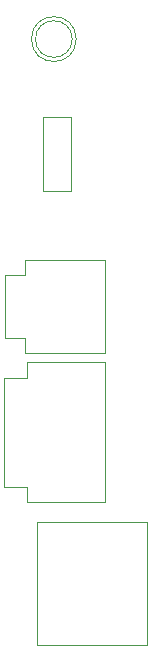
<source format=gbr>
G04*
G04 #@! TF.GenerationSoftware,Altium Limited,Altium Designer,25.0.2 (28)*
G04*
G04 Layer_Color=16711935*
%FSLAX44Y44*%
%MOMM*%
G71*
G04*
G04 #@! TF.SameCoordinates,4711C13A-52D9-45D7-B3A0-D515BE669C82*
G04*
G04*
G04 #@! TF.FilePolarity,Positive*
G04*
G01*
G75*
%ADD65C,0.1000*%
D65*
X857249Y1355501D02*
G03*
X857249Y1355501I-15500J0D01*
G01*
X860749D02*
G03*
X860749Y1355501I-19000J0D01*
G01*
X818753Y963650D02*
Y976647D01*
Y963650D02*
X884750D01*
X818753Y1068848D02*
Y1081850D01*
X884750D01*
X799753Y1068848D02*
X818753D01*
X799753Y976647D02*
X818753D01*
X799753D02*
Y1068848D01*
X884750Y963650D02*
Y1081850D01*
X800250Y1102400D02*
Y1156000D01*
X817250D02*
Y1168500D01*
Y1089900D02*
Y1102400D01*
X800250D02*
X817250D01*
X800250Y1156000D02*
X817250D01*
Y1089900D02*
X885250D01*
Y1168500D01*
X817250D02*
X885250D01*
X832250Y1226750D02*
X856250D01*
X832250D02*
Y1289750D01*
X856250Y1226750D02*
Y1289750D01*
X832250D02*
X856250D01*
X827500Y946750D02*
X921000D01*
X827500Y842750D02*
X921000D01*
X827500D02*
Y946750D01*
X921000Y842750D02*
Y946750D01*
M02*

</source>
